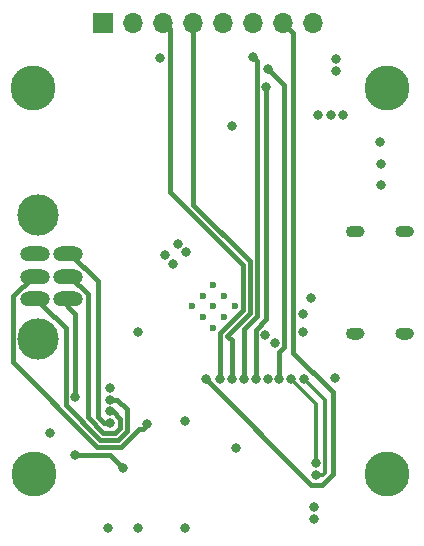
<source format=gbl>
G04 #@! TF.GenerationSoftware,KiCad,Pcbnew,(5.1.10)-1*
G04 #@! TF.CreationDate,2021-06-26T18:25:47-06:00*
G04 #@! TF.ProjectId,cable-link,6361626c-652d-46c6-996e-6b2e6b696361,rev?*
G04 #@! TF.SameCoordinates,Original*
G04 #@! TF.FileFunction,Copper,L4,Bot*
G04 #@! TF.FilePolarity,Positive*
%FSLAX46Y46*%
G04 Gerber Fmt 4.6, Leading zero omitted, Abs format (unit mm)*
G04 Created by KiCad (PCBNEW (5.1.10)-1) date 2021-06-26 18:25:47*
%MOMM*%
%LPD*%
G01*
G04 APERTURE LIST*
G04 #@! TA.AperFunction,ComponentPad*
%ADD10O,2.540000X1.270000*%
G04 #@! TD*
G04 #@! TA.AperFunction,ComponentPad*
%ADD11C,3.500000*%
G04 #@! TD*
G04 #@! TA.AperFunction,ComponentPad*
%ADD12C,0.600000*%
G04 #@! TD*
G04 #@! TA.AperFunction,ComponentPad*
%ADD13R,1.700000X1.700000*%
G04 #@! TD*
G04 #@! TA.AperFunction,ComponentPad*
%ADD14O,1.700000X1.700000*%
G04 #@! TD*
G04 #@! TA.AperFunction,ComponentPad*
%ADD15C,3.800000*%
G04 #@! TD*
G04 #@! TA.AperFunction,ViaPad*
%ADD16C,0.800000*%
G04 #@! TD*
G04 #@! TA.AperFunction,Conductor*
%ADD17C,0.400000*%
G04 #@! TD*
G04 #@! TA.AperFunction,Conductor*
%ADD18C,0.300000*%
G04 #@! TD*
G04 APERTURE END LIST*
G04 #@! TA.AperFunction,ComponentPad*
G36*
G01*
X45620000Y-43320000D02*
X45020000Y-43320000D01*
G75*
G02*
X44520000Y-42820000I0J500000D01*
G01*
X44520000Y-42820000D01*
G75*
G02*
X45020000Y-42320000I500000J0D01*
G01*
X45620000Y-42320000D01*
G75*
G02*
X46120000Y-42820000I0J-500000D01*
G01*
X46120000Y-42820000D01*
G75*
G02*
X45620000Y-43320000I-500000J0D01*
G01*
G37*
G04 #@! TD.AperFunction*
G04 #@! TA.AperFunction,ComponentPad*
G36*
G01*
X45620000Y-34680000D02*
X45020000Y-34680000D01*
G75*
G02*
X44520000Y-34180000I0J500000D01*
G01*
X44520000Y-34180000D01*
G75*
G02*
X45020000Y-33680000I500000J0D01*
G01*
X45620000Y-33680000D01*
G75*
G02*
X46120000Y-34180000I0J-500000D01*
G01*
X46120000Y-34180000D01*
G75*
G02*
X45620000Y-34680000I-500000J0D01*
G01*
G37*
G04 #@! TD.AperFunction*
G04 #@! TA.AperFunction,ComponentPad*
G36*
G01*
X49800000Y-34680000D02*
X49200000Y-34680000D01*
G75*
G02*
X48700000Y-34180000I0J500000D01*
G01*
X48700000Y-34180000D01*
G75*
G02*
X49200000Y-33680000I500000J0D01*
G01*
X49800000Y-33680000D01*
G75*
G02*
X50300000Y-34180000I0J-500000D01*
G01*
X50300000Y-34180000D01*
G75*
G02*
X49800000Y-34680000I-500000J0D01*
G01*
G37*
G04 #@! TD.AperFunction*
G04 #@! TA.AperFunction,ComponentPad*
G36*
G01*
X49800000Y-43320000D02*
X49200000Y-43320000D01*
G75*
G02*
X48700000Y-42820000I0J500000D01*
G01*
X48700000Y-42820000D01*
G75*
G02*
X49200000Y-42320000I500000J0D01*
G01*
X49800000Y-42320000D01*
G75*
G02*
X50300000Y-42820000I0J-500000D01*
G01*
X50300000Y-42820000D01*
G75*
G02*
X49800000Y-43320000I-500000J0D01*
G01*
G37*
G04 #@! TD.AperFunction*
D10*
X21000000Y-39930000D03*
X21000000Y-38000000D03*
X21000000Y-36070000D03*
X18190000Y-39930000D03*
X18190000Y-38000000D03*
X18190000Y-36070000D03*
D11*
X18495000Y-43250000D03*
X18495000Y-32780000D03*
D12*
X33300000Y-38696878D03*
X34201561Y-39598439D03*
X35103122Y-40500000D03*
X32398439Y-39598439D03*
X33300000Y-40500000D03*
X34201561Y-41401561D03*
X31496878Y-40500000D03*
X32398439Y-41401561D03*
X33300000Y-42303122D03*
D13*
X24000000Y-16500000D03*
D14*
X26540000Y-16500000D03*
X29080000Y-16500000D03*
X31620000Y-16500000D03*
X34160000Y-16500000D03*
X36700000Y-16500000D03*
X39240000Y-16500000D03*
X41780000Y-16500000D03*
D15*
X18000000Y-22000000D03*
X48000000Y-22000000D03*
X18100000Y-54700000D03*
X48000000Y-54700000D03*
D16*
X37900009Y-46700000D03*
X43700000Y-19600000D03*
X34900000Y-25200000D03*
X43300000Y-24300000D03*
X44300000Y-24300000D03*
X42200000Y-24300000D03*
X30900000Y-50200000D03*
X38500000Y-43600000D03*
X41600000Y-39800000D03*
X30292892Y-35192892D03*
X29249208Y-36140742D03*
X26913633Y-42713633D03*
X43600000Y-46600000D03*
X35200000Y-52500000D03*
X41800000Y-58500000D03*
X24400000Y-59300000D03*
X24600000Y-47400000D03*
X40900000Y-42700000D03*
X19500000Y-51200000D03*
X43700000Y-20600000D03*
X41800000Y-57500000D03*
X37700000Y-42900000D03*
X28800000Y-19500000D03*
X29900000Y-36900000D03*
X31000000Y-35900000D03*
X30900000Y-59300000D03*
X26900000Y-59300000D03*
X40900000Y-41200000D03*
X47400000Y-26600000D03*
X47500000Y-30200000D03*
X47500000Y-28500000D03*
X21600000Y-48200000D03*
X21600000Y-53100000D03*
X25700000Y-54200000D03*
X24600000Y-49400000D03*
X24600000Y-50400000D03*
X24600000Y-48400000D03*
X27725000Y-50500000D03*
X33900000Y-46700000D03*
X36900006Y-46700000D03*
X37803143Y-21900000D03*
X34900000Y-46700000D03*
X35900003Y-46700000D03*
X36700000Y-19400000D03*
X42000000Y-53800000D03*
X39900015Y-46700000D03*
X42000000Y-54800003D03*
X41000000Y-46700000D03*
X32700000Y-46700000D03*
X38900012Y-46700000D03*
X37900000Y-20400000D03*
D17*
X21600000Y-41130000D02*
X21600000Y-48200000D01*
X20400000Y-39930000D02*
X21600000Y-41130000D01*
X24600000Y-53100000D02*
X25700000Y-54200000D01*
X21600000Y-53100000D02*
X24600000Y-53100000D01*
X24784002Y-49400000D02*
X24600000Y-49400000D01*
X25400001Y-50784001D02*
X25400001Y-50015999D01*
X23985774Y-51200001D02*
X24984001Y-51200001D01*
X24984001Y-51200001D02*
X25400001Y-50784001D01*
X22670010Y-49884237D02*
X23985774Y-51200001D01*
X22670010Y-39501285D02*
X22670010Y-49884237D01*
X21168725Y-38000000D02*
X22670010Y-39501285D01*
X20400000Y-38000000D02*
X21168725Y-38000000D01*
X25400001Y-50015999D02*
X24784002Y-49400000D01*
X24034315Y-50400000D02*
X23500000Y-49865685D01*
X24600000Y-50400000D02*
X24034315Y-50400000D01*
X21168725Y-36070000D02*
X20400000Y-36070000D01*
X23500000Y-38401275D02*
X21168725Y-36070000D01*
X23500000Y-49865685D02*
X23500000Y-38401275D01*
X25232533Y-51800011D02*
X23737241Y-51800010D01*
X26000010Y-49234325D02*
X26000010Y-51032534D01*
X23737241Y-51800010D02*
X20800000Y-48862769D01*
X26000010Y-51032534D02*
X25232533Y-51800011D01*
X25165685Y-48400000D02*
X26000010Y-49234325D01*
X24600000Y-48400000D02*
X25165685Y-48400000D01*
X18790000Y-40362998D02*
X18790000Y-39930000D01*
X20800000Y-42372998D02*
X18790000Y-40362998D01*
X20800000Y-48862769D02*
X20800000Y-42372998D01*
X25481066Y-52400020D02*
X27000000Y-50881086D01*
X23488710Y-52400019D02*
X25481066Y-52400020D01*
X16344999Y-45256310D02*
X23488710Y-52400019D01*
X16344999Y-39676276D02*
X16344999Y-45256310D01*
X18021275Y-38000000D02*
X16344999Y-39676276D01*
X18790000Y-38000000D02*
X18021275Y-38000000D01*
X27343914Y-50881086D02*
X27725000Y-50500000D01*
X27000000Y-50881086D02*
X27343914Y-50881086D01*
X33900000Y-42739124D02*
X35803123Y-40836001D01*
X35803123Y-40836001D02*
X35803123Y-37003123D01*
X33900000Y-46700000D02*
X33900000Y-42739124D01*
X29600001Y-17020001D02*
X29080000Y-16500000D01*
X29600001Y-30800001D02*
X29600001Y-17020001D01*
X35803123Y-37003123D02*
X29600001Y-30800001D01*
X37803143Y-41612855D02*
X37803143Y-21900000D01*
X36899999Y-42515999D02*
X37803143Y-41612855D01*
X36899999Y-46699993D02*
X36899999Y-42515999D01*
X36900006Y-46700000D02*
X36899999Y-46699993D01*
X31620000Y-16500000D02*
X31620000Y-31920000D01*
X36403133Y-41084533D02*
X34500010Y-42987656D01*
X36403133Y-36703133D02*
X36403133Y-41084533D01*
X31620000Y-31920000D02*
X36403133Y-36703133D01*
X34900000Y-43387646D02*
X34900000Y-46700000D01*
X34500010Y-42987656D02*
X34900000Y-43387646D01*
X37003143Y-19703143D02*
X36700000Y-19400000D01*
X37003143Y-41333065D02*
X37003143Y-19703143D01*
X35900003Y-42436205D02*
X37003143Y-41333065D01*
X35900003Y-46700000D02*
X35900003Y-42436205D01*
D18*
X42000000Y-48799985D02*
X39900015Y-46700000D01*
X42000000Y-53800000D02*
X42000000Y-48799985D01*
X42750001Y-48450001D02*
X41000000Y-46700000D01*
X42750001Y-54615687D02*
X42750001Y-48450001D01*
X42565685Y-54800003D02*
X42750001Y-54615687D01*
X42000000Y-54800003D02*
X42565685Y-54800003D01*
D17*
X40089999Y-17349999D02*
X39240000Y-16500000D01*
X40089999Y-44422521D02*
X40089999Y-17349999D01*
X43400000Y-47732522D02*
X40089999Y-44422521D01*
X43400000Y-54743519D02*
X43400000Y-47732522D01*
X42543515Y-55600004D02*
X43400000Y-54743519D01*
X41600004Y-55600004D02*
X42543515Y-55600004D01*
X32700000Y-46700000D02*
X41600004Y-55600004D01*
X39300001Y-21800001D02*
X37900000Y-20400000D01*
X39300001Y-43984001D02*
X39300001Y-21800001D01*
X38900012Y-44383990D02*
X39300001Y-43984001D01*
X38900012Y-46700000D02*
X38900012Y-44383990D01*
M02*

</source>
